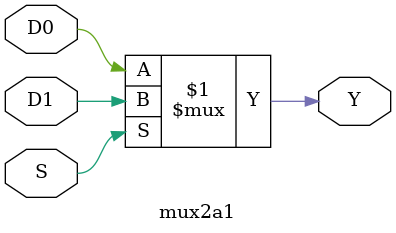
<source format=v>



module mux2a1 (input wire D0,D1,S, output wire Y);

  //operador ternario
  assign Y=(S) ?D1:D0;

    endmodule

</source>
